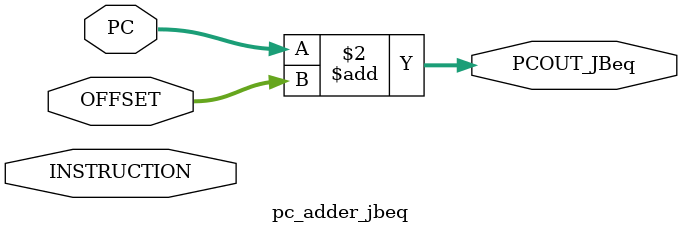
<source format=v>

module pc_adder_jbeq (
	input [31:0] PC,
    input [31:0] INSTRUCTION,
    input [31:0] OFFSET,
    output reg [31:0] PCOUT_JBeq);

    always @(INSTRUCTION) begin
		#2 PCOUT_JBeq=PC+OFFSET;
    end
endmodule
</source>
